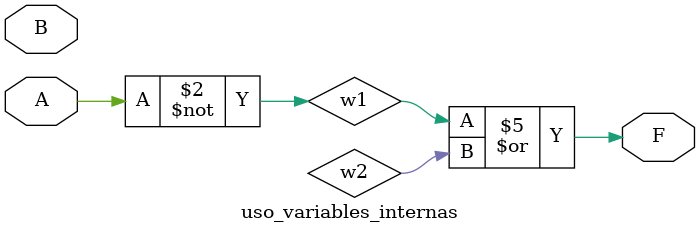
<source format=v>
module uso_variables_internas(
//entradas y salidas
//modo tipo ancho nombre
 input A,B,
 output F
);
//variables
wire w1,w2;
//descripcion del circuito
assign w1=~(A|A);
assign W2=~(B|B);
assign F=(w1|w2);


endmodule

</source>
